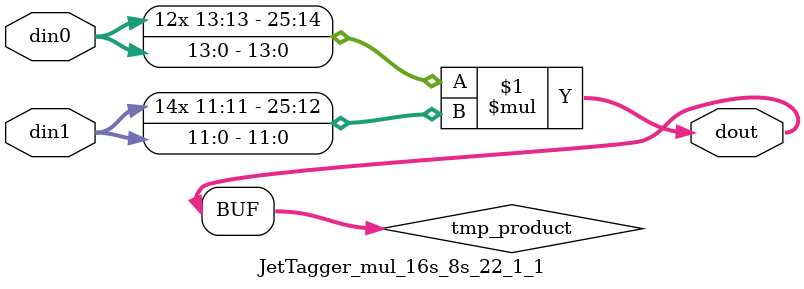
<source format=v>

`timescale 1 ns / 1 ps

  module JetTagger_mul_16s_8s_22_1_1(din0, din1, dout);
parameter ID = 1;
parameter NUM_STAGE = 0;
parameter din0_WIDTH = 14;
parameter din1_WIDTH = 12;
parameter dout_WIDTH = 26;

input [din0_WIDTH - 1 : 0] din0; 
input [din1_WIDTH - 1 : 0] din1; 
output [dout_WIDTH - 1 : 0] dout;

wire signed [dout_WIDTH - 1 : 0] tmp_product;













assign tmp_product = $signed(din0) * $signed(din1);








assign dout = tmp_product;







endmodule

</source>
